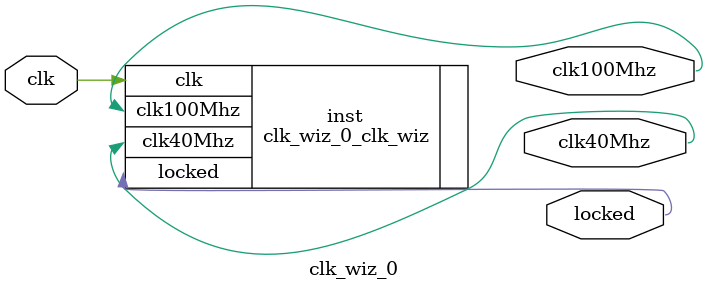
<source format=v>


`timescale 1ps/1ps

(* CORE_GENERATION_INFO = "clk_wiz_0,clk_wiz_v6_0_9_0_0,{component_name=clk_wiz_0,use_phase_alignment=true,use_min_o_jitter=false,use_max_i_jitter=false,use_dyn_phase_shift=false,use_inclk_switchover=false,use_dyn_reconfig=false,enable_axi=0,feedback_source=FDBK_AUTO,PRIMITIVE=MMCM,num_out_clk=2,clkin1_period=10.000,clkin2_period=10.000,use_power_down=false,use_reset=false,use_locked=true,use_inclk_stopped=false,feedback_type=SINGLE,CLOCK_MGR_TYPE=NA,manual_override=false}" *)

module clk_wiz_0 
 (
  // Clock out ports
  output        clk100Mhz,
  output        clk40Mhz,
  // Status and control signals
  output        locked,
 // Clock in ports
  input         clk
 );

  clk_wiz_0_clk_wiz inst
  (
  // Clock out ports  
  .clk100Mhz(clk100Mhz),
  .clk40Mhz(clk40Mhz),
  // Status and control signals               
  .locked(locked),
 // Clock in ports
  .clk(clk)
  );

endmodule

</source>
